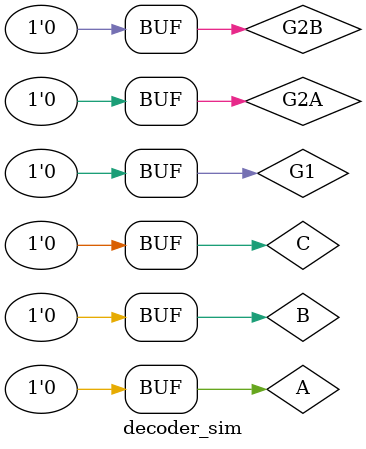
<source format=v>
`timescale 1ns / 1ps


module decoder_sim();

	reg C, B, A;
	reg G1, G2A, G2B;
	wire [7:0] Y;

	decoder uut (C, B, A, G1, G2A, G2B, Y);

	initial begin
			C=0; B=0; A=0; G1=1; G2A=0; G2B=0;  // testing 0
		#1  C=0; B=0; A=1; G1=1; G2A=0; G2B=0;  // testing 1   
		#1  C=0; B=1; A=0; G1=1; G2A=0; G2B=0;  // testing 2
		#1  C=0; B=1; A=1; G1=1; G2A=0; G2B=0;  // testing 3
		#1  C=1; B=0; A=0; G1=1; G2A=0; G2B=0;  // testing 4
		#1  C=1; B=0; A=1; G1=1; G2A=0; G2B=0;  // testing 5
		#1  C=1; B=1; A=0; G1=1; G2A=0; G2B=0;  // testing 6
		#1  C=1; B=1; A=1; G1=1; G2A=0; G2B=0;  // testing 7
		#1  C=0; B=0; A=0; G1=0; G2A=0; G2B=0;  // testing enable OFF
	end
	
endmodule

</source>
